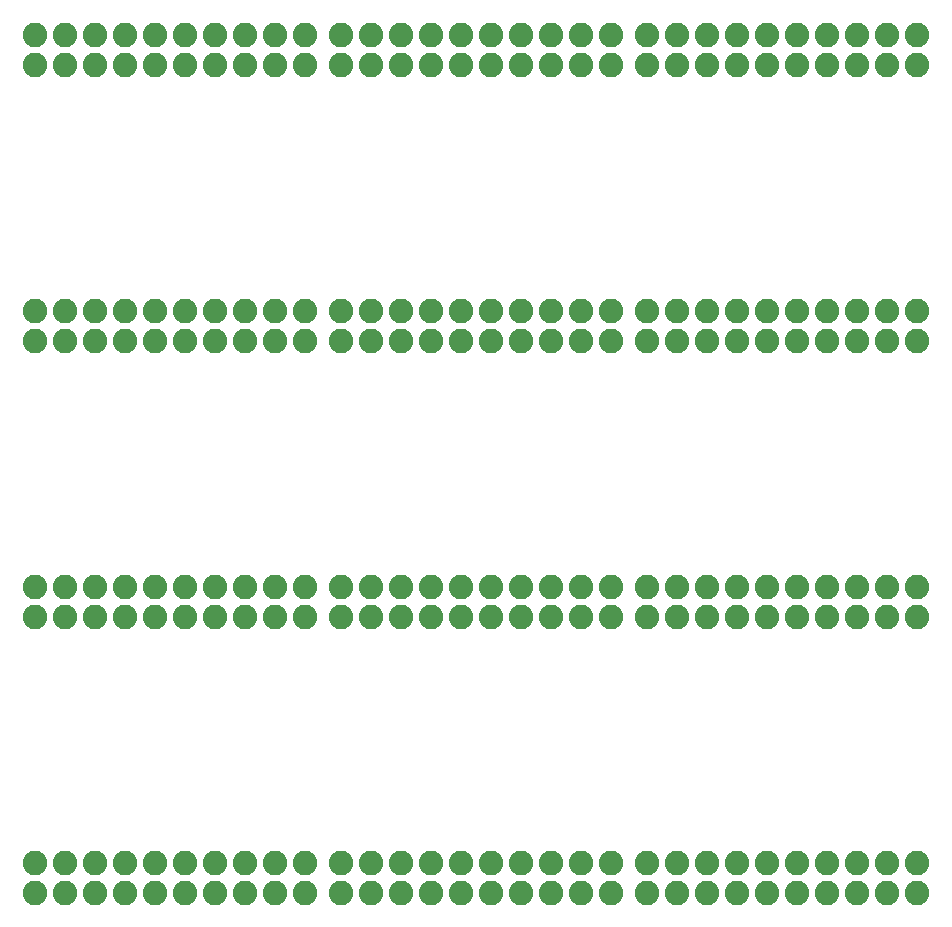
<source format=gbs>
G75*
%MOIN*%
%OFA0B0*%
%FSLAX25Y25*%
%IPPOS*%
%LPD*%
%AMOC8*
5,1,8,0,0,1.08239X$1,22.5*
%
%ADD10C,0.08200*%
D10*
X0088500Y0108333D03*
X0098500Y0108333D03*
X0108500Y0108333D03*
X0118500Y0108333D03*
X0118500Y0118333D03*
X0108500Y0118333D03*
X0098500Y0118333D03*
X0088500Y0118333D03*
X0128500Y0118333D03*
X0128500Y0108333D03*
X0138500Y0108333D03*
X0148500Y0108333D03*
X0158500Y0108333D03*
X0168500Y0108333D03*
X0178500Y0108333D03*
X0178500Y0118333D03*
X0168500Y0118333D03*
X0158500Y0118333D03*
X0148500Y0118333D03*
X0138500Y0118333D03*
X0190500Y0118333D03*
X0190500Y0108333D03*
X0200500Y0108333D03*
X0210500Y0108333D03*
X0220500Y0108333D03*
X0230500Y0108333D03*
X0240500Y0108333D03*
X0250500Y0108333D03*
X0260500Y0108333D03*
X0260500Y0118333D03*
X0250500Y0118333D03*
X0240500Y0118333D03*
X0230500Y0118333D03*
X0220500Y0118333D03*
X0210500Y0118333D03*
X0200500Y0118333D03*
X0270500Y0118333D03*
X0270500Y0108333D03*
X0280500Y0108333D03*
X0280500Y0118333D03*
X0292500Y0118333D03*
X0292500Y0108333D03*
X0302500Y0108333D03*
X0312500Y0108333D03*
X0322500Y0108333D03*
X0322500Y0118333D03*
X0312500Y0118333D03*
X0302500Y0118333D03*
X0332500Y0118333D03*
X0332500Y0108333D03*
X0342500Y0108333D03*
X0352500Y0108333D03*
X0362500Y0108333D03*
X0372500Y0108333D03*
X0382500Y0108333D03*
X0382500Y0118333D03*
X0372500Y0118333D03*
X0362500Y0118333D03*
X0352500Y0118333D03*
X0342500Y0118333D03*
X0342500Y0200333D03*
X0332500Y0200333D03*
X0332500Y0210333D03*
X0342500Y0210333D03*
X0352500Y0210333D03*
X0352500Y0200333D03*
X0362500Y0200333D03*
X0372500Y0200333D03*
X0382500Y0200333D03*
X0382500Y0210333D03*
X0372500Y0210333D03*
X0362500Y0210333D03*
X0322500Y0210333D03*
X0322500Y0200333D03*
X0312500Y0200333D03*
X0302500Y0200333D03*
X0292500Y0200333D03*
X0292500Y0210333D03*
X0302500Y0210333D03*
X0312500Y0210333D03*
X0280500Y0210333D03*
X0280500Y0200333D03*
X0270500Y0200333D03*
X0270500Y0210333D03*
X0260500Y0210333D03*
X0260500Y0200333D03*
X0250500Y0200333D03*
X0240500Y0200333D03*
X0230500Y0200333D03*
X0220500Y0200333D03*
X0210500Y0200333D03*
X0200500Y0200333D03*
X0190500Y0200333D03*
X0190500Y0210333D03*
X0200500Y0210333D03*
X0210500Y0210333D03*
X0220500Y0210333D03*
X0230500Y0210333D03*
X0240500Y0210333D03*
X0250500Y0210333D03*
X0178500Y0210333D03*
X0178500Y0200333D03*
X0168500Y0200333D03*
X0158500Y0200333D03*
X0148500Y0200333D03*
X0138500Y0200333D03*
X0128500Y0200333D03*
X0128500Y0210333D03*
X0138500Y0210333D03*
X0148500Y0210333D03*
X0158500Y0210333D03*
X0168500Y0210333D03*
X0118500Y0210333D03*
X0118500Y0200333D03*
X0108500Y0200333D03*
X0098500Y0200333D03*
X0088500Y0200333D03*
X0088500Y0210333D03*
X0098500Y0210333D03*
X0108500Y0210333D03*
X0108500Y0292333D03*
X0098500Y0292333D03*
X0088500Y0292333D03*
X0088500Y0302333D03*
X0098500Y0302333D03*
X0108500Y0302333D03*
X0118500Y0302333D03*
X0118500Y0292333D03*
X0128500Y0292333D03*
X0138500Y0292333D03*
X0148500Y0292333D03*
X0158500Y0292333D03*
X0168500Y0292333D03*
X0178500Y0292333D03*
X0178500Y0302333D03*
X0168500Y0302333D03*
X0158500Y0302333D03*
X0148500Y0302333D03*
X0138500Y0302333D03*
X0128500Y0302333D03*
X0190500Y0302333D03*
X0190500Y0292333D03*
X0200500Y0292333D03*
X0210500Y0292333D03*
X0220500Y0292333D03*
X0230500Y0292333D03*
X0240500Y0292333D03*
X0250500Y0292333D03*
X0260500Y0292333D03*
X0260500Y0302333D03*
X0250500Y0302333D03*
X0240500Y0302333D03*
X0230500Y0302333D03*
X0220500Y0302333D03*
X0210500Y0302333D03*
X0200500Y0302333D03*
X0270500Y0302333D03*
X0270500Y0292333D03*
X0280500Y0292333D03*
X0280500Y0302333D03*
X0292500Y0302333D03*
X0292500Y0292333D03*
X0302500Y0292333D03*
X0312500Y0292333D03*
X0322500Y0292333D03*
X0322500Y0302333D03*
X0312500Y0302333D03*
X0302500Y0302333D03*
X0332500Y0302333D03*
X0332500Y0292333D03*
X0342500Y0292333D03*
X0352500Y0292333D03*
X0362500Y0292333D03*
X0372500Y0292333D03*
X0382500Y0292333D03*
X0382500Y0302333D03*
X0372500Y0302333D03*
X0362500Y0302333D03*
X0352500Y0302333D03*
X0342500Y0302333D03*
X0342500Y0384333D03*
X0332500Y0384333D03*
X0322500Y0384333D03*
X0312500Y0384333D03*
X0302500Y0384333D03*
X0292500Y0384333D03*
X0280500Y0384333D03*
X0270500Y0384333D03*
X0260500Y0384333D03*
X0250500Y0384333D03*
X0240500Y0384333D03*
X0230500Y0384333D03*
X0220500Y0384333D03*
X0210500Y0384333D03*
X0200500Y0384333D03*
X0190500Y0384333D03*
X0190500Y0394333D03*
X0200500Y0394333D03*
X0210500Y0394333D03*
X0220500Y0394333D03*
X0230500Y0394333D03*
X0240500Y0394333D03*
X0250500Y0394333D03*
X0260500Y0394333D03*
X0270500Y0394333D03*
X0280500Y0394333D03*
X0292500Y0394333D03*
X0302500Y0394333D03*
X0312500Y0394333D03*
X0322500Y0394333D03*
X0332500Y0394333D03*
X0342500Y0394333D03*
X0352500Y0394333D03*
X0362500Y0394333D03*
X0372500Y0394333D03*
X0382500Y0394333D03*
X0382500Y0384333D03*
X0372500Y0384333D03*
X0362500Y0384333D03*
X0352500Y0384333D03*
X0178500Y0384333D03*
X0168500Y0384333D03*
X0158500Y0384333D03*
X0148500Y0384333D03*
X0138500Y0384333D03*
X0128500Y0384333D03*
X0118500Y0384333D03*
X0108500Y0384333D03*
X0098500Y0384333D03*
X0088500Y0384333D03*
X0088500Y0394333D03*
X0098500Y0394333D03*
X0108500Y0394333D03*
X0118500Y0394333D03*
X0128500Y0394333D03*
X0138500Y0394333D03*
X0148500Y0394333D03*
X0158500Y0394333D03*
X0168500Y0394333D03*
X0178500Y0394333D03*
M02*

</source>
